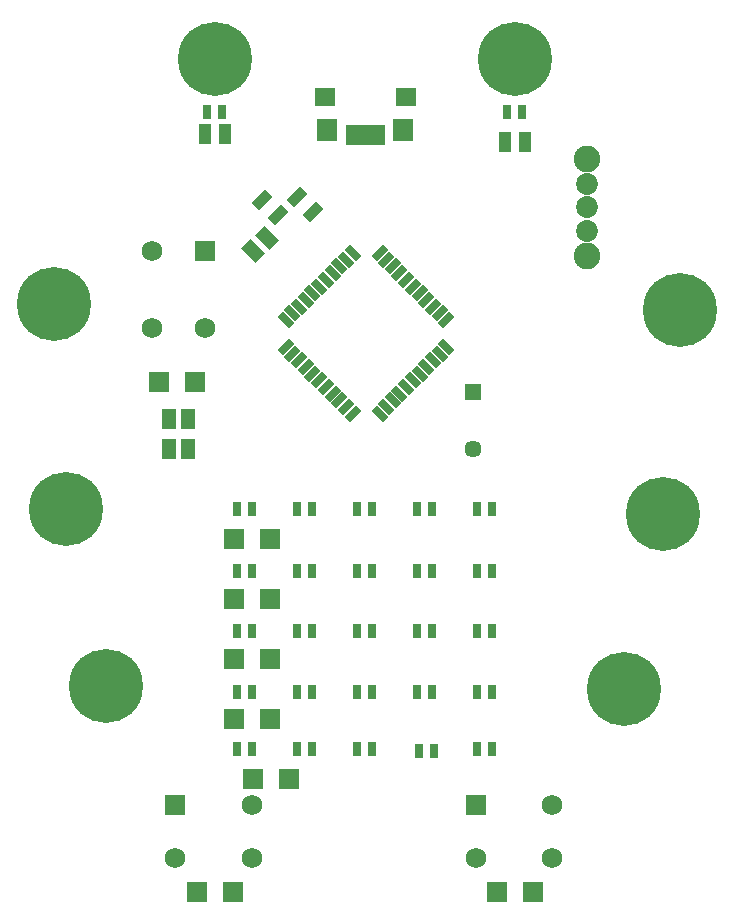
<source format=gbr>
%FSLAX23Y23*%
%MOIN*%
G04 EasyPC Gerber Version 17.0 Build 3379 *
%AMT22*0 Rectangle Pad at angle 45*21,1,0.02400,0.05600,0,0,45*%
%ADD22T22*%
%ADD25R,0.02752X0.04740*%
%ADD29R,0.02800X0.06500*%
%ADD87R,0.04000X0.06500*%
%ADD26R,0.04600X0.06700*%
%AMT101*0 Rectangle Pad at angle 45*21,1,0.04600,0.06700,0,0,45*%
%ADD101T101*%
%ADD104R,0.06500X0.06900*%
%ADD102R,0.06500X0.07300*%
%ADD88R,0.05700X0.05700*%
%ADD27R,0.06900X0.06900*%
%ADD73R,0.06700X0.06300*%
%ADD89C,0.05700*%
%ADD28C,0.06900*%
%ADD90C,0.07299*%
%ADD91C,0.08874*%
%AMT21*0 Rectangle Pad at angle 135*21,1,0.02400,0.05600,0,0,135*%
%ADD21T21*%
%AMT107*0 Rectangle Pad at angle 135*21,1,0.03600,0.06500,0,0,135*%
%ADD107T107*%
%ADD109C,0.24622*%
X0Y0D02*
D02*
D21*
X1024Y2369D03*
X1046Y2346D03*
X1069Y2324D03*
X1091Y2302D03*
X1113Y2280D03*
X1135Y2257D03*
X1158Y2235D03*
X1180Y2213D03*
X1202Y2191D03*
X1225Y2168D03*
X1247Y2146D03*
X1337Y2681D03*
X1359Y2659D03*
X1381Y2637D03*
X1403Y2614D03*
X1426Y2592D03*
X1448Y2570D03*
X1470Y2548D03*
X1493Y2525D03*
X1515Y2503D03*
X1537Y2481D03*
X1559Y2459D03*
D02*
D22*
X1024D03*
X1046Y2481D03*
X1069Y2503D03*
X1091Y2525D03*
X1113Y2548D03*
X1135Y2570D03*
X1158Y2592D03*
X1180Y2614D03*
X1202Y2637D03*
X1225Y2659D03*
X1247Y2681D03*
X1337Y2146D03*
X1359Y2168D03*
X1381Y2191D03*
X1403Y2213D03*
X1426Y2235D03*
X1448Y2257D03*
X1470Y2280D03*
X1493Y2302D03*
X1515Y2324D03*
X1537Y2346D03*
X1559Y2369D03*
D02*
D25*
X762Y3153D03*
X813D03*
X862Y1028D03*
Y1218D03*
Y1423D03*
Y1623D03*
Y1828D03*
X913Y1028D03*
Y1218D03*
Y1423D03*
Y1623D03*
Y1828D03*
X1062Y1028D03*
Y1218D03*
Y1423D03*
Y1623D03*
Y1828D03*
X1113Y1028D03*
Y1218D03*
Y1423D03*
Y1623D03*
Y1828D03*
X1262Y1028D03*
Y1218D03*
Y1423D03*
Y1623D03*
Y1828D03*
X1313Y1028D03*
Y1218D03*
Y1423D03*
Y1623D03*
Y1828D03*
X1462Y1218D03*
Y1423D03*
Y1623D03*
Y1828D03*
X1467Y1023D03*
X1513Y1218D03*
Y1423D03*
Y1623D03*
Y1828D03*
X1518Y1023D03*
X1662Y1028D03*
Y1218D03*
Y1423D03*
Y1623D03*
Y1828D03*
X1713Y1028D03*
Y1218D03*
Y1423D03*
Y1623D03*
Y1828D03*
X1762Y3153D03*
X1813D03*
D02*
D26*
X636Y2028D03*
Y2128D03*
X699Y2028D03*
Y2128D03*
D02*
D27*
X656Y842D03*
X755Y2688D03*
X1657Y842D03*
D02*
D28*
X578Y2433D03*
Y2688D03*
X656Y665D03*
X755Y2433D03*
X913Y665D03*
Y842D03*
X1657Y665D03*
X1913D03*
Y842D03*
D02*
D29*
X1238Y3076D03*
X1264D03*
X1289D03*
X1315D03*
X1340D03*
D02*
D73*
X1154Y3203D03*
X1424D03*
D02*
D87*
X754Y3078D03*
X821D03*
X1754Y3053D03*
X1821D03*
D02*
D88*
X1649Y2220D03*
D02*
D89*
Y2028D03*
D02*
D90*
X2028Y2755D03*
Y2834D03*
Y2913D03*
D02*
D91*
Y2672D03*
Y2995D03*
D02*
D101*
X915Y2687D03*
X960Y2732D03*
D02*
D102*
X1163Y3091D03*
X1415D03*
D02*
D104*
X603Y2253D03*
X722D03*
X728Y553D03*
X847D03*
X853Y1127D03*
Y1328D03*
Y1528D03*
Y1728D03*
X916Y928D03*
X972Y1127D03*
Y1328D03*
Y1528D03*
Y1728D03*
X1035Y928D03*
X1728Y553D03*
X1847D03*
D02*
D107*
X946Y2859D03*
X998Y2807D03*
X1062Y2870D03*
X1114Y2818D03*
D02*
D109*
X253Y2513D03*
X293Y1828D03*
X425Y1240D03*
X788Y3328D03*
X1788D03*
X2150Y1228D03*
X2283Y1813D03*
X2338Y2492D03*
X0Y0D02*
M02*

</source>
